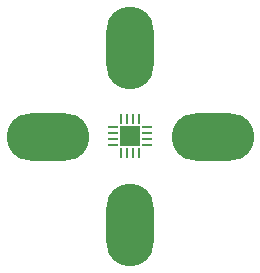
<source format=gbr>
%TF.GenerationSoftware,KiCad,Pcbnew,8.0.7*%
%TF.CreationDate,2025-03-05T23:48:34-06:00*%
%TF.ProjectId,MagEncoder,4d616745-6e63-46f6-9465-722e6b696361,rev?*%
%TF.SameCoordinates,Original*%
%TF.FileFunction,Soldermask,Top*%
%TF.FilePolarity,Negative*%
%FSLAX46Y46*%
G04 Gerber Fmt 4.6, Leading zero omitted, Abs format (unit mm)*
G04 Created by KiCad (PCBNEW 8.0.7) date 2025-03-05 23:48:34*
%MOMM*%
%LPD*%
G01*
G04 APERTURE LIST*
G04 Aperture macros list*
%AMRoundRect*
0 Rectangle with rounded corners*
0 $1 Rounding radius*
0 $2 $3 $4 $5 $6 $7 $8 $9 X,Y pos of 4 corners*
0 Add a 4 corners polygon primitive as box body*
4,1,4,$2,$3,$4,$5,$6,$7,$8,$9,$2,$3,0*
0 Add four circle primitives for the rounded corners*
1,1,$1+$1,$2,$3*
1,1,$1+$1,$4,$5*
1,1,$1+$1,$6,$7*
1,1,$1+$1,$8,$9*
0 Add four rect primitives between the rounded corners*
20,1,$1+$1,$2,$3,$4,$5,0*
20,1,$1+$1,$4,$5,$6,$7,0*
20,1,$1+$1,$6,$7,$8,$9,0*
20,1,$1+$1,$8,$9,$2,$3,0*%
G04 Aperture macros list end*
%ADD10O,7.000000X4.000000*%
%ADD11O,4.000000X7.000000*%
%ADD12RoundRect,0.062500X-0.350000X-0.062500X0.350000X-0.062500X0.350000X0.062500X-0.350000X0.062500X0*%
%ADD13RoundRect,0.062500X-0.062500X-0.350000X0.062500X-0.350000X0.062500X0.350000X-0.062500X0.350000X0*%
%ADD14R,1.700000X1.700000*%
G04 APERTURE END LIST*
D10*
%TO.C,REF\u002A\u002A*%
X153308345Y-96105687D03*
D11*
X146308345Y-88605687D03*
X146308345Y-103605687D03*
D10*
X139308345Y-96105687D03*
%TD*%
D12*
%TO.C,U1*%
X144845845Y-95305687D03*
X144845845Y-95805687D03*
X144845845Y-96305687D03*
X144845845Y-96805687D03*
D13*
X145558345Y-97518187D03*
X146058345Y-97518187D03*
X146558345Y-97518187D03*
X147058345Y-97518187D03*
D12*
X147770845Y-96805687D03*
X147770845Y-96305687D03*
X147770845Y-95805687D03*
X147770845Y-95305687D03*
D13*
X147058345Y-94593187D03*
X146558345Y-94593187D03*
X146058345Y-94593187D03*
X145558345Y-94593187D03*
D14*
X146308345Y-96055687D03*
%TD*%
M02*

</source>
